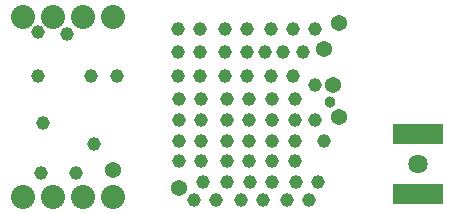
<source format=gbs>
G04 EasyPC Gerber Version 20.0.2 Build 4112 *
G04 #@! TF.Part,Single*
G04 #@! TF.FileFunction,Soldermask,Bot *
%FSLAX24Y24*%
%MOIN*%
G04 #@! TA.AperFunction,ViaPad*
%ADD76C,0.03789*%
%ADD117C,0.04562*%
%ADD118C,0.05400*%
%ADD119C,0.06427*%
G04 #@! TA.AperFunction,ComponentPad*
%ADD113C,0.08000*%
G04 #@! TA.AperFunction,SMDPad*
%ADD116R,0.16600X0.06600*%
X0Y0D02*
D02*
D76*
X11350Y4312D03*
D02*
D113*
X1113Y1163D03*
Y7167D03*
X2113Y1163D03*
Y7167D03*
X3113Y1163D03*
Y7167D03*
X4113Y1163D03*
Y7167D03*
D02*
D116*
X14302Y1261D03*
Y3261D03*
D02*
D117*
X1606Y5198D03*
Y6674D03*
X1704Y1950D03*
X1802Y3623D03*
X2590Y6576D03*
X2885Y1950D03*
X3377Y5198D03*
X3476Y2934D03*
X4263Y5198D03*
X6281D03*
Y5986D03*
Y6773D03*
X6330Y2344D03*
Y3033D03*
Y3722D03*
Y4411D03*
X6822Y1064D03*
X7019Y5198D03*
Y5986D03*
Y6773D03*
X7068Y2344D03*
Y3033D03*
Y3722D03*
Y4411D03*
X7117Y1655D03*
X7560Y1064D03*
X7856Y5198D03*
Y5986D03*
Y6773D03*
X7905Y1655D03*
Y2344D03*
Y3033D03*
Y3722D03*
Y4411D03*
X8397Y1064D03*
X8594Y5198D03*
Y5986D03*
Y6773D03*
X8643Y2344D03*
Y3033D03*
Y3722D03*
Y4411D03*
X8692Y1655D03*
X9135Y1064D03*
X9184Y5986D03*
X9381Y5198D03*
Y6773D03*
X9430Y1655D03*
Y2344D03*
Y3033D03*
Y3722D03*
Y4411D03*
X9775Y5986D03*
X9923Y1064D03*
X10119Y5198D03*
Y6773D03*
X10169Y2344D03*
Y3033D03*
Y3722D03*
Y4411D03*
X10218Y1655D03*
X10464Y5986D03*
X10661Y1064D03*
X10858Y3722D03*
Y4903D03*
Y6773D03*
X10956Y1655D03*
X11153Y3033D03*
D02*
D118*
X4126Y2049D03*
X6330Y1458D03*
X11153Y6084D03*
X11448Y4903D03*
X11645Y3820D03*
Y6970D03*
D02*
D119*
X14302Y2245D03*
X0Y0D02*
M02*

</source>
